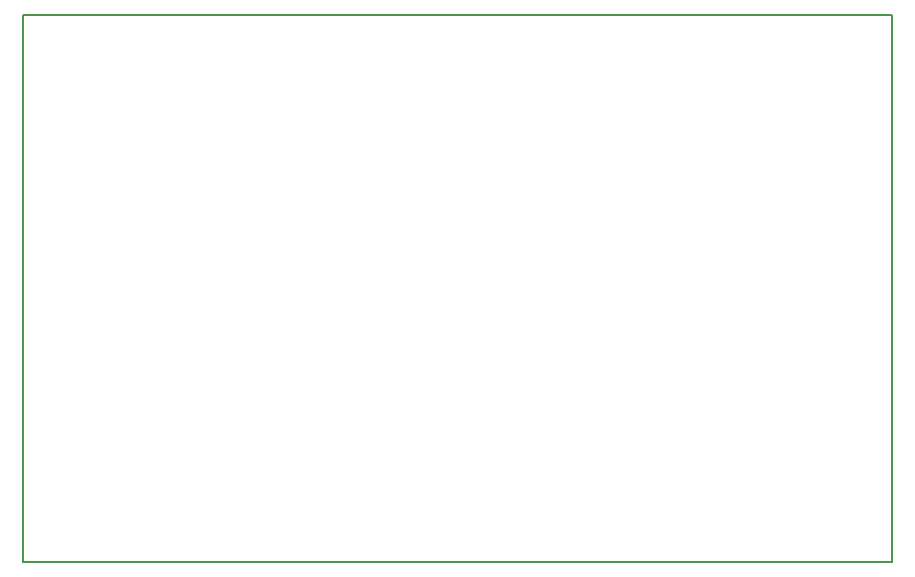
<source format=gm1>
G04 MADE WITH FRITZING*
G04 WWW.FRITZING.ORG*
G04 DOUBLE SIDED*
G04 HOLES PLATED*
G04 CONTOUR ON CENTER OF CONTOUR VECTOR*
%ASAXBY*%
%FSLAX23Y23*%
%MOIN*%
%OFA0B0*%
%SFA1.0B1.0*%
%ADD10R,2.905010X1.831290*%
%ADD11C,0.008000*%
%ADD10C,0.008*%
%LNCONTOUR*%
G90*
G70*
G54D10*
G54D11*
X4Y1827D02*
X2901Y1827D01*
X2901Y4D01*
X4Y4D01*
X4Y1827D01*
D02*
G04 End of contour*
M02*
</source>
